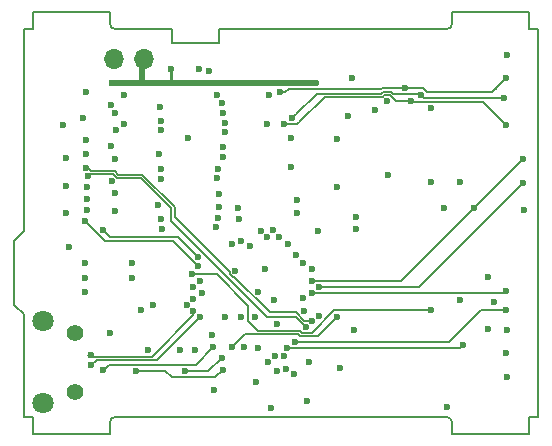
<source format=gbr>
%TF.GenerationSoftware,KiCad,Pcbnew,5.0.2-bee76a0~70~ubuntu18.04.1*%
%TF.CreationDate,2020-02-29T17:46:36-08:00*%
%TF.ProjectId,mainboard,6d61696e-626f-4617-9264-2e6b69636164,rev?*%
%TF.SameCoordinates,Original*%
%TF.FileFunction,Copper,L2,Inr*%
%TF.FilePolarity,Positive*%
%FSLAX46Y46*%
G04 Gerber Fmt 4.6, Leading zero omitted, Abs format (unit mm)*
G04 Created by KiCad (PCBNEW 5.0.2-bee76a0~70~ubuntu18.04.1) date Sat 29 Feb 2020 05:46:36 PM PST*
%MOMM*%
%LPD*%
G01*
G04 APERTURE LIST*
%ADD10C,0.150000*%
%ADD11O,1.700000X1.700000*%
%ADD12C,1.408000*%
%ADD13C,1.800000*%
%ADD14C,0.600000*%
%ADD15C,0.160000*%
%ADD16C,0.152400*%
%ADD17C,0.508000*%
%ADD18C,0.240000*%
%ADD19C,0.480000*%
G04 APERTURE END LIST*
D10*
X120902460Y-74415942D02*
X120102459Y-74415941D01*
X85102460Y-74415941D02*
G75*
G02X84602460Y-73915941I0J500000D01*
G01*
X113602459Y-73915941D02*
G75*
G02X113102459Y-74415941I-500000J0D01*
G01*
X113102459Y-107215941D02*
G75*
G02X113602459Y-107715941I0J-500000D01*
G01*
X84602460Y-107715941D02*
G75*
G02X85102460Y-107215941I500000J0D01*
G01*
X77340460Y-91475941D02*
X76502460Y-92313941D01*
X77340460Y-98555940D02*
X76502460Y-97790000D01*
X120102460Y-72915941D02*
X113602460Y-72915941D01*
X113602459Y-107715941D02*
X113602460Y-108715941D01*
X85102460Y-107215941D02*
X113102459Y-107215941D01*
X84602460Y-108715941D02*
X84602460Y-107715941D01*
X113602460Y-108715941D02*
X120102459Y-108715940D01*
X113102459Y-74415941D02*
X93872460Y-74415941D01*
X113602460Y-72915941D02*
X113602459Y-73915941D01*
X78102460Y-72915941D02*
X78102460Y-74415941D01*
X93872460Y-74415941D02*
X93872460Y-75565000D01*
X93872460Y-75565000D02*
X89872460Y-75565000D01*
X78102460Y-74415941D02*
X77340460Y-74415941D01*
X77340460Y-74415941D02*
X77340460Y-91475941D01*
X120102460Y-107215940D02*
X120902460Y-107215940D01*
X120102459Y-74415941D02*
X120102460Y-72915941D01*
X89872460Y-75565000D02*
X89872460Y-74415941D01*
X84602460Y-72915941D02*
X78102460Y-72915941D01*
X84602460Y-73915941D02*
X84602460Y-72915941D01*
X89872460Y-74415941D02*
X85102460Y-74415941D01*
X76502460Y-92313941D02*
X76502460Y-97790000D01*
X120902460Y-107215940D02*
X120902460Y-74415942D01*
X78102460Y-107215940D02*
X78102460Y-108715940D01*
X120102459Y-108715940D02*
X120102460Y-107215940D01*
X77340460Y-98555940D02*
X77340460Y-107215940D01*
X78102460Y-108715940D02*
X84602460Y-108715941D01*
X77340460Y-107215940D02*
X78102460Y-107215940D01*
D11*
X87503000Y-76962000D03*
X84963000Y-76962000D03*
D12*
X81687300Y-100088700D03*
X81687300Y-105088700D03*
D13*
X78987300Y-99088700D03*
X78987300Y-106088700D03*
D14*
X98552000Y-97345500D03*
X90551000Y-101600000D03*
X91821000Y-101600000D03*
X113157000Y-106375200D03*
X82550000Y-95440500D03*
X103822500Y-87757000D03*
X97726500Y-94678500D03*
X97155000Y-96647000D03*
X119697500Y-89725500D03*
X118237000Y-76581000D03*
X84658200Y-100126800D03*
X102260400Y-91465400D03*
X105486200Y-90297000D03*
X105486200Y-91313000D03*
X88950000Y-82900000D03*
X88950000Y-87100000D03*
X89000000Y-91300000D03*
X82600000Y-79750000D03*
X84700000Y-84250000D03*
X92200000Y-77750000D03*
X94200000Y-81500000D03*
X93750000Y-90350000D03*
X114300000Y-97300000D03*
X100455799Y-90000000D03*
X100455799Y-88850000D03*
X88237052Y-97712948D03*
X91250000Y-83600000D03*
X98742500Y-99377500D03*
X96901000Y-98806000D03*
X95694500Y-98806000D03*
X94361000Y-98806000D03*
X95250000Y-94869000D03*
X92263227Y-98768500D03*
X83050000Y-102850000D03*
X91694000Y-98298000D03*
X83000000Y-101981000D03*
X86487000Y-94170500D03*
X99387685Y-102095308D03*
X86487000Y-95440500D03*
X98587411Y-102112589D03*
X118173500Y-78549500D03*
X116649500Y-95377000D03*
X99060000Y-79755984D03*
X118237000Y-103886000D03*
X109600000Y-79350000D03*
X98425000Y-91400000D03*
X98933000Y-92011500D03*
X118173500Y-82550000D03*
X117157500Y-97536000D03*
X118237000Y-99885496D03*
X99400000Y-82450000D03*
X110150000Y-80506810D03*
X116649500Y-99758500D03*
X100076000Y-81915000D03*
X117983000Y-80200500D03*
X118173500Y-101853990D03*
X99700000Y-92550000D03*
X110938014Y-79950000D03*
X97151777Y-101399819D03*
X101282500Y-105918000D03*
X93238320Y-100304600D03*
X97028000Y-104267000D03*
X93472000Y-104965488D03*
X82550000Y-94170500D03*
X87249000Y-98171000D03*
X80899000Y-89979500D03*
X100203000Y-103568500D03*
X80899006Y-87693500D03*
X80899000Y-85344000D03*
X87884000Y-101600000D03*
X112903000Y-89535000D03*
X101473000Y-102616000D03*
X114236500Y-87376000D03*
X80645000Y-82550000D03*
X104775000Y-81724500D03*
X107061000Y-81216500D03*
X108204000Y-86741000D03*
X82600000Y-85000000D03*
X81150000Y-92800000D03*
X93800000Y-86250000D03*
X94350000Y-82350000D03*
X105250000Y-99850000D03*
X91173808Y-97789870D03*
X97393000Y-91450000D03*
X98034211Y-102584290D03*
X98300000Y-106500000D03*
X108100000Y-80500000D03*
X101073140Y-98264537D03*
X100961830Y-97162180D03*
X95951000Y-101350000D03*
X114490500Y-101155500D03*
X99600000Y-101400000D03*
X82350000Y-81900000D03*
X85150000Y-82900000D03*
X103860600Y-98729800D03*
X94944600Y-101350000D03*
X101727008Y-96774000D03*
X118173500Y-96583500D03*
X94170500Y-103251000D03*
X86804506Y-103314500D03*
X82550000Y-96647000D03*
X94107000Y-102235000D03*
X90950000Y-103378000D03*
X84836000Y-78930506D03*
X99949000Y-83629500D03*
X89750000Y-77750000D03*
X102044504Y-78930500D03*
X82550000Y-90678000D03*
X92042990Y-94438434D03*
X82804000Y-86868000D03*
X98781498Y-103354010D03*
X101199973Y-99600028D03*
X92092990Y-93701678D03*
X84048600Y-91414600D03*
X99492000Y-103200000D03*
X101711467Y-99082597D03*
X82600000Y-86169500D03*
X91694000Y-96266000D03*
X84769013Y-87272792D03*
X91694000Y-97282000D03*
X82650000Y-87750000D03*
X97917000Y-92011500D03*
X97900000Y-82400000D03*
X96456500Y-92773500D03*
X98100000Y-79950000D03*
X82650000Y-88750000D03*
X118173500Y-98170998D03*
X100250000Y-100850000D03*
X104114600Y-103073200D03*
X102321399Y-98686959D03*
X100965000Y-94234000D03*
X105092500Y-78549500D03*
X101727000Y-94742000D03*
X103886000Y-83692999D03*
X119634000Y-87439500D03*
X102350000Y-96266000D03*
X101727000Y-95758000D03*
X119634000Y-85407500D03*
X115474750Y-89566750D03*
X92456000Y-96774000D03*
X93650000Y-87000000D03*
X94350000Y-83100000D03*
X93600000Y-91150000D03*
X92250000Y-95750000D03*
X93000000Y-77900000D03*
X93345000Y-101346010D03*
X84074000Y-103271320D03*
X82650000Y-89700000D03*
X85850000Y-79950000D03*
X85054656Y-81460088D03*
X85825000Y-82425000D03*
X85050000Y-85400000D03*
X85088740Y-88261260D03*
X85039520Y-89800000D03*
X84750000Y-80800000D03*
X82600000Y-83750000D03*
X99949000Y-86042500D03*
X100400000Y-93500000D03*
X88800000Y-85000000D03*
X88900000Y-81000000D03*
X111823500Y-81089500D03*
X111823504Y-98171000D03*
X111823500Y-87376000D03*
X91600000Y-95150000D03*
X88950000Y-82147000D03*
X88950000Y-86250000D03*
X88950000Y-90500000D03*
X93650000Y-80000000D03*
X94200000Y-84350000D03*
X93850000Y-88350000D03*
X95750000Y-92300000D03*
X95550000Y-90500000D03*
X94150000Y-80650000D03*
X94200000Y-85250000D03*
X93850000Y-89450000D03*
X94940804Y-92599960D03*
X95500000Y-89500000D03*
X88700000Y-89250000D03*
D15*
X88631727Y-102400000D02*
X92263227Y-98768500D01*
X88520000Y-102400000D02*
X88631727Y-102400000D01*
X83496201Y-102403799D02*
X84000000Y-102403799D01*
X83050000Y-102850000D02*
X83496201Y-102403799D01*
D16*
X84000000Y-102403799D02*
X88520000Y-102400000D01*
X83122198Y-101981000D02*
X83261787Y-102120589D01*
X83261787Y-102120589D02*
X88189609Y-102120589D01*
X88189609Y-102120589D02*
X91694000Y-98616198D01*
X91694000Y-98616198D02*
X91694000Y-98298000D01*
X82804000Y-101981000D02*
X83000000Y-101981000D01*
X83000000Y-101981000D02*
X83122198Y-101981000D01*
X99076306Y-79772290D02*
X99060000Y-79755984D01*
D15*
X109600000Y-79350000D02*
X111100000Y-79350000D01*
X111100000Y-79350000D02*
X111500000Y-79750000D01*
X116973000Y-79750000D02*
X117323000Y-79400000D01*
X111500000Y-79750000D02*
X116973000Y-79750000D01*
D16*
X118173500Y-78549500D02*
X117323000Y-79400000D01*
X117323000Y-79400000D02*
X117293621Y-79429379D01*
D15*
X99060000Y-79755984D02*
X99484264Y-79755984D01*
X99484264Y-79755984D02*
X99740248Y-79500000D01*
X99740248Y-79500000D02*
X107559596Y-79500000D01*
X107559596Y-79500000D02*
X107709596Y-79350000D01*
X109175736Y-79350000D02*
X109600000Y-79350000D01*
X107709596Y-79350000D02*
X109175736Y-79350000D01*
D16*
X116205000Y-80581500D02*
X118173500Y-82550000D01*
X110224690Y-80581500D02*
X116205000Y-80581500D01*
D15*
X100493500Y-82450000D02*
X100650000Y-82293500D01*
X99400000Y-82450000D02*
X100493500Y-82450000D01*
D16*
X110224690Y-80581500D02*
X110150000Y-80506810D01*
X110150000Y-80506810D02*
X108851548Y-80506810D01*
X107858463Y-79996799D02*
X107718262Y-80137000D01*
X108851548Y-80506810D02*
X108341537Y-79996799D01*
X108341537Y-79996799D02*
X107858463Y-79996799D01*
X102806500Y-80137000D02*
X100650000Y-82293500D01*
X107718262Y-80137000D02*
X102806500Y-80137000D01*
X107602527Y-79857589D02*
X102133410Y-79857590D01*
X108597474Y-79857590D02*
X108457272Y-79717388D01*
X100375999Y-81615001D02*
X100076000Y-81915000D01*
X117983000Y-80200500D02*
X111188514Y-80200500D01*
X102133410Y-79857590D02*
X100375999Y-81615001D01*
X107742727Y-79717389D02*
X107602527Y-79857589D01*
X108457272Y-79717388D02*
X107742727Y-79717389D01*
X110845604Y-79857590D02*
X108597474Y-79857590D01*
X111188514Y-80200500D02*
X110938014Y-79950000D01*
X110938014Y-79950000D02*
X110845604Y-79857590D01*
D15*
X114246000Y-101400000D02*
X114490500Y-101155500D01*
X99600000Y-101400000D02*
X114246000Y-101400000D01*
D16*
X103560601Y-99029799D02*
X103860600Y-98729800D01*
X102207787Y-100382613D02*
X103560601Y-99029799D01*
D15*
X100728666Y-100386411D02*
X100735614Y-100386411D01*
X94944600Y-101350000D02*
X96066189Y-100228411D01*
D16*
X100735614Y-100382613D02*
X100735614Y-100386411D01*
D15*
X100570666Y-100228411D02*
X100728666Y-100386411D01*
D16*
X100735614Y-100386411D02*
X102207787Y-100382613D01*
D15*
X96066189Y-100228411D02*
X100570666Y-100228411D01*
D16*
X102920800Y-96774000D02*
X101727008Y-96774000D01*
X118173500Y-96583500D02*
X117983000Y-96774000D01*
X117983000Y-96774000D02*
X102920800Y-96774000D01*
X93535500Y-103886000D02*
X94170500Y-103251000D01*
X89845000Y-103886000D02*
X93535500Y-103886000D01*
X86804506Y-103314500D02*
X89273500Y-103314500D01*
X89273500Y-103314500D02*
X89845000Y-103886000D01*
X94107000Y-102235000D02*
X94043500Y-102235000D01*
X94107000Y-102235000D02*
X92964000Y-103378000D01*
X92964000Y-103378000D02*
X90950000Y-103378000D01*
D17*
X87376000Y-78930500D02*
X87376000Y-76962000D01*
X84836000Y-78930506D02*
X89154000Y-78930500D01*
X89154000Y-78930500D02*
X89852500Y-78930500D01*
D18*
X89750000Y-77750000D02*
X89750000Y-78174264D01*
X89750000Y-78174264D02*
X89750000Y-78930503D01*
D17*
X89852500Y-78930500D02*
X90250000Y-78930503D01*
X89750000Y-78930503D02*
X90368506Y-78930506D01*
D19*
X90368506Y-78930506D02*
X93749994Y-78930506D01*
X93749994Y-78930506D02*
X93750000Y-78930500D01*
D17*
X93472012Y-78930500D02*
X93750000Y-78930500D01*
X93750000Y-78930500D02*
X102044500Y-78930500D01*
D15*
X84201000Y-92329000D02*
X84600000Y-92329000D01*
X83950000Y-92078000D02*
X84201000Y-92329000D01*
D16*
X87503000Y-92329000D02*
X84600000Y-92329000D01*
D15*
X83950000Y-92078000D02*
X82550000Y-90678000D01*
X84048600Y-92176600D02*
X83950000Y-92078000D01*
X89933556Y-92329000D02*
X92042990Y-94438434D01*
X87503000Y-92329000D02*
X89933556Y-92329000D01*
D16*
X89813113Y-90666735D02*
X97952378Y-98806000D01*
X89813113Y-89559113D02*
X89813113Y-90666735D01*
X87249000Y-86995000D02*
X89813113Y-89559113D01*
X85202854Y-86995000D02*
X87249000Y-86995000D01*
X82981800Y-86690200D02*
X84898054Y-86690200D01*
X97952378Y-98806000D02*
X100187885Y-98806000D01*
X82804000Y-86868000D02*
X82981800Y-86690200D01*
X84898054Y-86690200D02*
X85202854Y-86995000D01*
D15*
X101199973Y-99599973D02*
X101199973Y-99600028D01*
X101184812Y-99584812D02*
X101199973Y-99599973D01*
X100187885Y-98806000D02*
X100405945Y-98806000D01*
X100405945Y-98806000D02*
X100899974Y-99300029D01*
X100899974Y-99300029D02*
X101199973Y-99600028D01*
D16*
X84632800Y-91998800D02*
X84048600Y-91414600D01*
D15*
X90390112Y-91998800D02*
X92092990Y-93701678D01*
X87750000Y-91998800D02*
X90390112Y-91998800D01*
D16*
X87966550Y-91998800D02*
X87750000Y-91998800D01*
X87750000Y-91998800D02*
X84632800Y-91998800D01*
X82804000Y-86169500D02*
X83045289Y-86410789D01*
X98142047Y-98381901D02*
X100382421Y-98381901D01*
X100382421Y-98381901D02*
X101083117Y-99082597D01*
X95132347Y-95372201D02*
X98142047Y-98381901D01*
X83045289Y-86410789D02*
X85013790Y-86410790D01*
X85013790Y-86410790D02*
X85318589Y-86715589D01*
X85318589Y-86715589D02*
X87364736Y-86715590D01*
X87364736Y-86715590D02*
X90092524Y-89443378D01*
X90092524Y-90332378D02*
X94746799Y-94986653D01*
X94746799Y-94986653D02*
X94746799Y-95110537D01*
X94746799Y-95110537D02*
X95008463Y-95372201D01*
X101287203Y-99082597D02*
X101711467Y-99082597D01*
X101083117Y-99082597D02*
X101287203Y-99082597D01*
X90092524Y-89443378D02*
X90092524Y-90332378D01*
X95008463Y-95372201D02*
X95132347Y-95372201D01*
D15*
X113320998Y-100850000D02*
X116000000Y-98170998D01*
X100250000Y-100850000D02*
X113320998Y-100850000D01*
D16*
X116000000Y-98170998D02*
X118173500Y-98170998D01*
X119634000Y-87439500D02*
X110807500Y-96266000D01*
X110807500Y-96266000D02*
X102350000Y-96266000D01*
X119634000Y-85407500D02*
X115474750Y-89566750D01*
X109283500Y-95758000D02*
X101727000Y-95758000D01*
X115474750Y-89566750D02*
X109283500Y-95758000D01*
X84298999Y-103046321D02*
X84074000Y-103271320D01*
X84538820Y-102806500D02*
X84298999Y-103046321D01*
X93345000Y-101346010D02*
X91884510Y-102806500D01*
X91884510Y-102806500D02*
X84538820Y-102806500D01*
X100847550Y-100099403D02*
X100851349Y-100103202D01*
D15*
X97141400Y-99941400D02*
X100689547Y-99941400D01*
X100689547Y-99941400D02*
X100847550Y-100099403D01*
X96300000Y-99100000D02*
X97141400Y-99941400D01*
X93650000Y-95150000D02*
X96300000Y-97800000D01*
X91600000Y-95150000D02*
X93650000Y-95150000D01*
X96300000Y-97800000D02*
X96300000Y-99100000D01*
D16*
X103632000Y-98171000D02*
X101699771Y-100103229D01*
X101699771Y-100103229D02*
X100851376Y-100103229D01*
X111823504Y-98171000D02*
X103632000Y-98171000D01*
X100851376Y-100103229D02*
X100847550Y-100099403D01*
D15*
X95450000Y-89450000D02*
X95500000Y-89500000D01*
M02*

</source>
